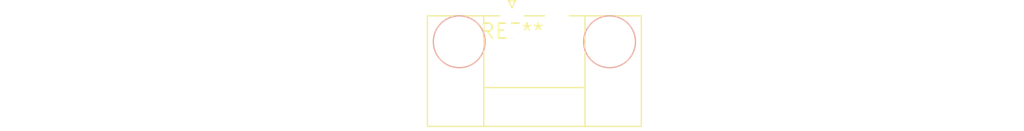
<source format=kicad_pcb>
(kicad_pcb (version 20240108) (generator pcbnew)
  (layers (0 "F.Cu" signal) (31 "B.Cu" signal) (34 "B.Paste" user) (35 "F.Paste" user) (36 "B.SilkS" user "B.Silkscreen") (37 "F.SilkS" user "F.Silkscreen") (38 "B.Mask" user) (39 "F.Mask" user) (44 "Edge.Cuts" user))
  (net 0 "")
  (footprint "PhoenixContact_MC_1,5_2-GF-3.81_1x02_P3.81mm_Horizontal_ThreadedFlange_MountHole" (layer "F.Cu") (at 0 0)
    (property "Reference" "REF**")
    (property "Value" "PhoenixContact_MC_1,5_2-GF-3.81_1x02_P3.81mm_Horizontal_ThreadedFlange_MountHole")
    (fp_circle (center -4.5 0.9) (end -2.29 0.9) (layer "B.SilkS") (stroke (width 0.12)) (fill none))
    (fp_circle (center 8.31 0.9) (end 10.52 0.9) (layer "B.SilkS") (stroke (width 0.12)) (fill none))
    (fp_line (start -7.21 -1.31) (end -7.21 8.11) (layer "F.SilkS") (stroke (width 0.12)))
    (fp_line (start -7.21 -1.31) (end -1.05 -1.31) (layer "F.SilkS") (stroke (width 0.12)))
    (fp_line (start -7.21 8.11) (end 11.02 8.11) (layer "F.SilkS") (stroke (width 0.12)))
    (fp_line (start -2.41 -1.31) (end -2.41 8.11) (layer "F.SilkS") (stroke (width 0.12)))
    (fp_line (start -2.41 4.8) (end 6.22 4.8) (layer "F.SilkS") (stroke (width 0.12)))
    (fp_line (start -0.3 -2.6) (end 0.3 -2.6) (layer "F.SilkS") (stroke (width 0.12)))
    (fp_line (start 0 -2) (end -0.3 -2.6) (layer "F.SilkS") (stroke (width 0.12)))
    (fp_line (start 0.3 -2.6) (end 0 -2) (layer "F.SilkS") (stroke (width 0.12)))
    (fp_line (start 1.05 -1.31) (end 2.76 -1.31) (layer "F.SilkS") (stroke (width 0.12)))
    (fp_line (start 6.22 -1.31) (end 6.22 8.11) (layer "F.SilkS") (stroke (width 0.12)))
    (fp_line (start 11.02 -1.31) (end 4.86 -1.31) (layer "F.SilkS") (stroke (width 0.12)))
    (fp_line (start 11.02 8.11) (end 11.02 -1.31) (layer "F.SilkS") (stroke (width 0.12)))
    (pad "" np_thru_hole circle (at -4.5 0.9) (size 2.4 2.4) (drill 2.4) (layers *.Cu *.Mask))
    (pad "" np_thru_hole circle (at 8.31 0.9) (size 2.4 2.4) (drill 2.4) (layers *.Cu *.Mask))
    (pad "1" thru_hole roundrect (at 0 0) (size 1.8 3.6) (drill 1.2) (layers *.Cu *.Mask) (remove_unused_layers) (roundrect_rratio 0.138889))
    (pad "2" thru_hole oval (at 3.81 0) (size 1.8 3.6) (drill 1.2) (layers *.Cu *.Mask) (remove_unused_layers))
  )
)
</source>
